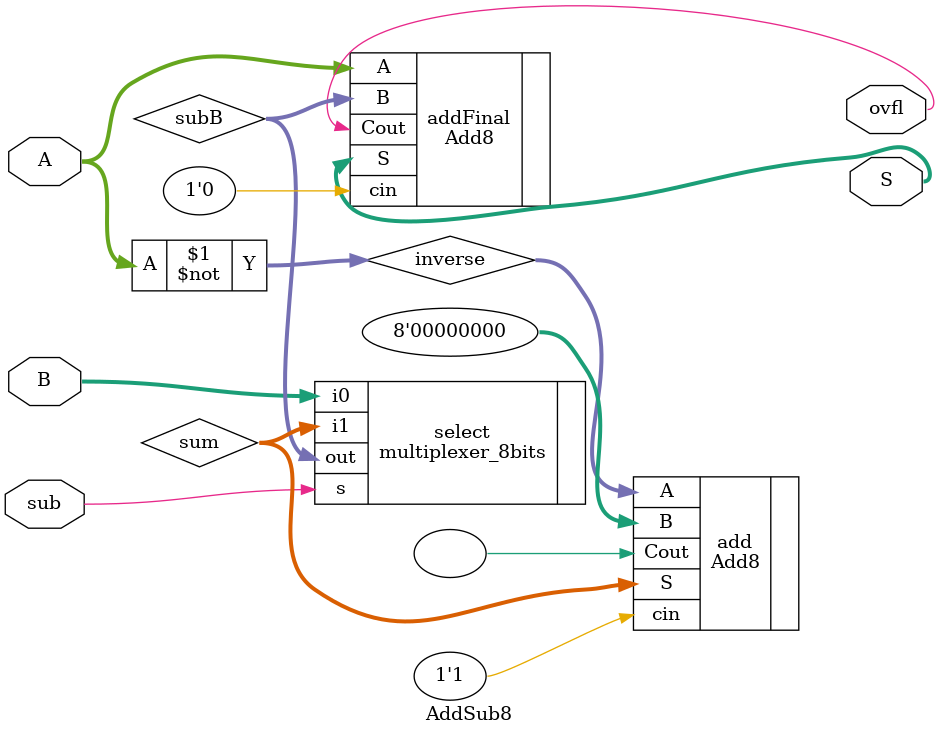
<source format=v>
`timescale 1ns / 1ps


module AddSub8(
    input [7:0] A,
    input [7:0] B,
    input sub,
    output [7:0] S,
    output ovfl
    );
    
    wire [7:0] inverse;
    wire [7:0] sum;
    wire [7:0] subB;
    
    assign inverse = {~A};
    Add8 add(.A(inverse[7:0]), .B({1'b0, 1'b0, 1'b0, 1'b0, 1'b0, 1'b0, 1'b0, 1'b0}), .cin(1'b1), .Cout(), .S(sum[7:0]));
    multiplexer_8bits select(.i0(B[7:0]),.i1(sum[7:0]),.s(sub),.out(subB[7:0]));
    Add8 addFinal(.A(A[7:0]), .B(subB[7:0]), .cin(1'b0), .Cout(ovfl), .S(S[7:0]));
    
endmodule
    


</source>
